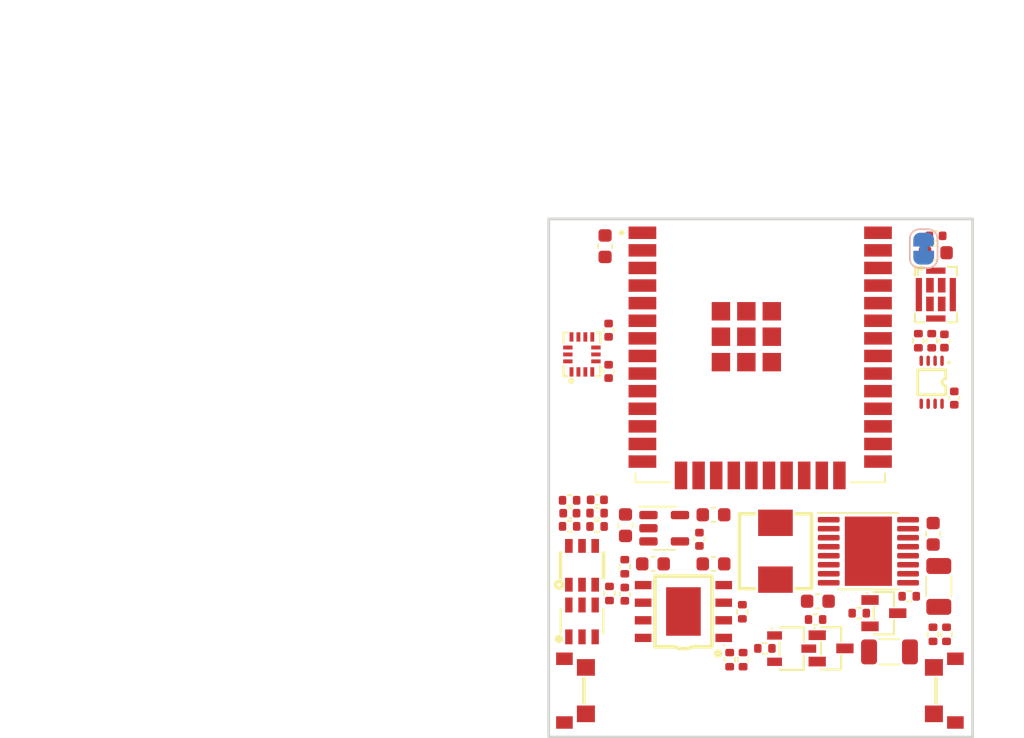
<source format=kicad_pcb>
(kicad_pcb (version 20211014) (generator pcbnew)
  (layers (0 "F.Cu" signal) (31 "B.Cu" signal) (34 "B.Paste" user) (35 "F.Paste" user) (36 "B.SilkS" user "B.Silkscreen") (37 "F.SilkS" user "F.Silkscreen") (38 "B.Mask" user) (39 "F.Mask" user) (44 "Edge.Cuts" user))
  (net 0 "")
  (net 1 "+5V")
  (net 2 "GND")
  (net 3 "+3V3")
  (net 4 "VBUS")
  (net 5 "LED 5V")
  (net 6 "+BATT")
  (net 7 "-BATT")
  (net 8 "Net-(C12-Pad2)")
  (net 9 "EN")
  (net 10 "IO0")
  (net 11 "Net-(R1-Pad1)")
  (net 12 "LED1 DATA OUT")
  (net 13 "IO16{slash}BATT VOLT")
  (net 14 "Net-(R6-Pad1)")
  (net 15 "IO23{slash}LEDPOWER")
  (net 16 "IO25{slash}VBUS")
  (net 17 "Net-(R10-Pad2)")
  (net 18 "Net-(R12-Pad1)")
  (net 19 "Net-(R13-Pad1)")
  (net 20 "Net-(R14-Pad1)")
  (net 21 "IO4{slash}BUTTON1")
  (net 26 "IO32{slash}SD")
  (net 28 "IO26{slash}BUTTON2")
  (net 29 "IO27{slash}BATT CHARGING")
  (net 30 "IO14{slash}SCK")
  (net 31 "IO12{slash}MISO")
  (net 32 "IO13{slash}MOSI")
  (net 39 "IO15{slash}WS")
  (net 41 "IO17{slash}LED1")
  (net 43 "IO19")
  (net 45 "IO21{slash}INT1")
  (net 46 "RXD0")
  (net 47 "TXD0")
  (net 48 "IO22{slash}INT2")
  (net 49 "Net-(U4-Pad2)")
  (net 54 "Net-(R4-Pad1)")
  (net 58 "Net-(U5-Pad4)")
  (net 60 "Net-(U5-Pad6)")
  (net 62 "Net-(C18-Pad2)")
  (net 63 "LED2 DATA OUT")
  (net 64 "IO18{slash}LED2")
  (net 71 "Net-(C19-Pad1)")
  (net 72 "Net-(C20-Pad1)")
  (footprint "Capacitor_SMD:C_1206_3216Metric" (layer "F.Cu") (at 123.6472 92.4052)
    (fp_text reference "C6" hide)
    (fp_text value "220uF")
    (fp_line (start -0.711252 -0.91) (end 0.711252 -0.91) (layer "F.SilkS") (width 0.12))
    (fp_line (start -0.711252 0.91) (end 0.711252 0.91) (layer "F.SilkS") (width 0.12))
    (pad "1" smd roundrect (at -1.475 0) (size 1.15 1.8) (layers "F.Cu" "F.Paste" "F.Mask") (roundrect_rratio 0.2173913043) (net 5 "LED 5V"))
    (pad "2" smd roundrect (at 1.475 0) (size 1.15 1.8) (layers "F.Cu" "F.Paste" "F.Mask") (roundrect_rratio 0.2173913043) (net 2 "GND"))
  )
  (footprint "Resistor_SMD:R_0402_1005Metric" (layer "F.Cu") (at 126.784 91.1352 90)
    (fp_text reference "R9" hide)
    (fp_text value "100K")
    (fp_line (start -0.153641 0.38) (end 0.153641 0.38) (layer "F.SilkS") (width 0.12))
    (fp_line (start -0.153641 -0.38) (end 0.153641 -0.38) (layer "F.SilkS") (width 0.12))
    (pad "1" smd roundrect (at -0.51 0 90) (size 0.54 0.64) (layers "F.Cu" "F.Paste" "F.Mask") (net 2 "GND"))
    (pad "2" smd roundrect (at 0.51 0 90) (size 0.54 0.64) (layers "F.Cu" "F.Paste" "F.Mask") (net 16 "IO25{slash}VBUS"))
  )
  (footprint "Capacitor_SMD:C_0603_1608Metric" (layer "F.Cu") (at 118.4786 88.7476)
    (fp_text reference "C5" hide)
    (fp_text value "10uF")
    (fp_line (start -0.14058 -0.51) (end 0.14058 -0.51) (layer "F.SilkS") (width 0.12))
    (fp_line (start -0.14058 0.51) (end 0.14058 0.51) (layer "F.SilkS") (width 0.12))
    (pad "1" smd roundrect (at -0.775 0) (size 0.9 0.95) (layers "F.Cu" "F.Paste" "F.Mask") (net 6 "+BATT"))
    (pad "2" smd roundrect (at 0.775 0) (size 0.9 0.95) (layers "F.Cu" "F.Paste" "F.Mask") (net 2 "GND"))
  )
  (footprint "Resistor_SMD:R_0402_1005Metric" (layer "F.Cu") (at 112.1156 92.964 90)
    (fp_text reference "R3" hide)
    (fp_text value "100K")
    (fp_line (start -0.153641 -0.38) (end 0.153641 -0.38) (layer "F.SilkS") (width 0.12))
    (fp_line (start -0.153641 0.38) (end 0.153641 0.38) (layer "F.SilkS") (width 0.12))
    (pad "1" smd roundrect (at -0.51 0 90) (size 0.54 0.64) (layers "F.Cu" "F.Paste" "F.Mask") (net 7 "-BATT"))
    (pad "2" smd roundrect (at 0.51 0 90) (size 0.54 0.64) (layers "F.Cu" "F.Paste" "F.Mask") (net 13 "IO16{slash}BATT VOLT"))
  )
  (footprint "Resistor_SMD:R_0402_1005Metric" (layer "F.Cu") (at 121.4628 89.6112 180)
    (fp_text reference "R11" hide)
    (fp_text value "100K")
    (fp_line (start -0.153641 -0.38) (end 0.153641 -0.38) (layer "F.SilkS") (width 0.12))
    (fp_line (start -0.153641 0.38) (end 0.153641 0.38) (layer "F.SilkS") (width 0.12))
    (pad "1" smd roundrect (at -0.51 0 180) (size 0.54 0.64) (layers "F.Cu" "F.Paste" "F.Mask") (net 4 "VBUS"))
    (pad "2" smd roundrect (at 0.51 0 180) (size 0.54 0.64) (layers "F.Cu" "F.Paste" "F.Mask") (net 2 "GND"))
  )
  (footprint "footprint:SW-SMD_TS24CA" (layer "F.Cu") (at 128.6764 95.1992 -90)
    (fp_text reference "SW2" hide)
    (fp_text value "TS24CA")
    (fp_line (start -0.889002 1.675006) (end 0.889002 1.675006) (layer "F.SilkS") (width 0.254001))
    (pad "" np_thru_hole circle (at 0.85014 0.275032 270) (size 0.700025 0.700025) (drill 0.700025) (layers *.Cu *.Mask))
    (pad "" np_thru_hole circle (at -0.849886 0.275032 270) (size 0.700025 0.700025) (drill 0.700025) (layers *.Cu *.Mask))
    (pad "1" smd rect (at -2.299975 0.275032 270) (size 0.9 1.2) (layers "F.Cu" "F.Paste" "F.Mask"))
    (pad "2" smd rect (at 2.299975 0.275032 90) (size 0.9 1.2) (layers "F.Cu" "F.Paste" "F.Mask"))
    (pad "3" smd rect (at -1.674879 1.824943 90) (size 1.2 1.3) (layers "F.Cu" "F.Paste" "F.Mask"))
    (pad "4" smd rect (at 1.675133 1.824943 90) (size 1.2 1.3) (layers "F.Cu" "F.Paste" "F.Mask"))
  )
  (footprint "Capacitor_SMD:C_0603_1608Metric" (layer "F.Cu") (at 110.9472 86.0552)
    (fp_text reference "C4" hide)
    (fp_text value "10uF")
    (fp_line (start -0.14058 -0.51) (end 0.14058 -0.51) (layer "F.SilkS") (width 0.12))
    (fp_line (start -0.14058 0.51) (end 0.14058 0.51) (layer "F.SilkS") (width 0.12))
    (pad "1" smd roundrect (at -0.775 0) (size 0.9 0.95) (layers "F.Cu" "F.Paste" "F.Mask") (net 2 "GND"))
    (pad "2" smd roundrect (at 0.775 0) (size 0.9 0.95) (layers "F.Cu" "F.Paste" "F.Mask") (net 4 "VBUS"))
  )
  (footprint "Resistor_SMD:R_0402_1005Metric" (layer "F.Cu") (at 114.655601 92.1512 180)
    (fp_text reference "R7" hide)
    (fp_text value "10K")
    (fp_line (start -0.153641 -0.38) (end 0.153641 -0.38) (layer "F.SilkS") (width 0.12))
    (fp_line (start -0.153641 0.38) (end 0.153641 0.38) (layer "F.SilkS") (width 0.12))
    (pad "1" smd roundrect (at -0.51 0 180) (size 0.54 0.64) (layers "F.Cu" "F.Paste" "F.Mask") (net 2 "GND"))
    (pad "2" smd roundrect (at 0.51 0 180) (size 0.54 0.64) (layers "F.Cu" "F.Paste" "F.Mask") (net 15 "IO23{slash}LEDPOWER"))
  )
  (footprint "footprint:IND-SMD_L5.4-W5.2_FXL0530" (layer "F.Cu") (at 115.4176 85.1408 90)
    (fp_text reference "U4" hide)
    (fp_text value "FXL0530-6R8-M")
    (fp_line (start -2.7 -2.6) (end -2.7 -1.481153) (layer "F.SilkS") (width 0.254001))
    (fp_line (start -2.7 1.481153) (end -2.7 2.6) (layer "F.SilkS") (width 0.254001))
    (fp_line (start 2.7 -1.481153) (end 2.7 -2.599975) (layer "F.SilkS") (width 0.254001))
    (fp_line (start -2.7 -2.6) (end 2.7 -2.599975) (layer "F.SilkS") (width 0.254001))
    (fp_line (start 2.7 2.599975) (end 2.7 1.481153) (layer "F.SilkS") (width 0.254001))
    (fp_line (start 2.7 2.599975) (end -2.7 2.6) (layer "F.SilkS") (width 0.254001))
    (fp_circle (center -2.700025 2.6) (end -2.670028 2.6) (layer "F.SilkS") (width 0.059995) (fill none))
    (pad "1" smd rect (at -2.050038 0 90) (size 1.9 2.5) (layers "F.Cu" "F.Paste" "F.Mask") (net 6 "+BATT"))
    (pad "2" smd rect (at 2.050038 0 90) (size 1.9 2.5) (layers "F.Cu" "F.Paste" "F.Mask") (net 49 "Net-(U4-Pad2)"))
  )
  (footprint "footprint:MIC-SMD_8P-L3.0-W4.0-P0.85-BL" (layer "F.Cu") (at 126.999176 66.623403 90)
    (fp_text reference "U13" hide)
    (fp_text value "MSM261D4030H1CPM")
    (fp_line (start 1.799975 -1.309487) (end 1.799975 -0.909487) (layer "F.SilkS") (width 0.151994))
    (fp_line (start -1.347142 1.510579) (end -1.980036 1.510579) (layer "F.SilkS") (width 0.151994))
    (fp_line (start 1.399975 -1.309487) (end 1.799975 -1.309487) (layer "F.SilkS") (width 0.151994))
    (fp_line (start 2 1.510579) (end 2 0.848654) (layer "F.SilkS") (width 0.151994))
    (fp_line (start -1.980036 1.510579) (end -2 1.490538) (layer "F.SilkS") (width 0.151994))
    (fp_line (start 1.637668 -1.509462) (end 1.358115 -1.509462) (layer "F.SilkS") (width 0.151994))
    (fp_line (start 2 1.510579) (end 1.347142 1.510579) (layer "F.SilkS") (width 0.151994))
    (fp_line (start -1.358115 -1.509462) (end -2 -1.509462) (layer "F.SilkS") (width 0.151994))
    (fp_line (start -2 -0.867577) (end -2 -1.509462) (layer "F.SilkS") (width 0.151994))
    (fp_line (start 1.999009 -1.510579) (end 1.638278 -1.510579) (layer "F.SilkS") (width 0.151994))
    (fp_line (start 1.999009 -0.867958) (end 1.999009 -1.510579) (layer "F.SilkS") (width 0.151994))
    (fp_line (start -2 1.490538) (end -2 0.848654) (layer "F.SilkS") (width 0.151994))
    (fp_circle (center 1.999975 -1.509487) (end 2.029972 -1.509487) (layer "F.SilkS") (width 0.059995) (fill none))
    (pad "1" smd rect (at 0.675083 -0.434455 90) (size 1.050013 0.550013) (layers "F.Cu" "F.Paste" "F.Mask") (net 8 "Net-(C12-Pad2)"))
    (pad "2" smd rect (at -0.675184 -0.434455 90) (size 1.050013 0.550013) (layers "F.Cu" "F.Paste" "F.Mask") (net 39 "IO15{slash}WS"))
    (pad "3" smd rect (at -0.675184 0.415431 90) (size 1.050013 0.550013) (layers "F.Cu" "F.Paste" "F.Mask") (net 30 "IO14{slash}SCK"))
    (pad "4" smd rect (at 0.675083 0.415431 90) (size 1.050013 0.550013) (layers "F.Cu" "F.Paste" "F.Mask") (net 26 "IO32{slash}SD"))
    (pad "5" smd rect (at 1.724867 -0.009512 90) (size 0.450013 1.4) (layers "F.Cu" "F.Paste" "F.Mask") (net 2 "GND"))
    (pad "6" smd rect (at -0.000051 -1.234557 90) (size 2.4 0.450013) (layers "F.Cu" "F.Paste" "F.Mask") (net 2 "GND"))
    (pad "7" smd rect (at -1.724968 -0.009512 90) (size 0.450013 1.4) (layers "F.Cu" "F.Paste" "F.Mask") (net 2 "GND"))
    (pad "8" smd rect (at -0.000051 1.215532 90) (size 2.4 0.450013) (layers "F.Cu" "F.Paste" "F.Mask") (net 2 "GND"))
  )
  (footprint "Resistor_SMD:R_0402_1005Metric" (layer "F.Cu") (at 103.441145 88.1888 -90)
    (fp_text reference "R10" hide)
    (fp_text value "1K")
    (fp_line (start -0.153641 -0.38) (end 0.153641 -0.38) (layer "F.SilkS") (width 0.12))
    (fp_line (start -0.153641 0.38) (end 0.153641 0.38) (layer "F.SilkS") (width 0.12))
    (pad "1" smd roundrect (at -0.51 0 270) (size 0.54 0.64) (layers "F.Cu" "F.Paste" "F.Mask") (net 2 "GND"))
    (pad "2" smd roundrect (at 0.51 0 270) (size 0.54 0.64) (layers "F.Cu" "F.Paste" "F.Mask") (net 17 "Net-(R10-Pad2)"))
  )
  (footprint "Capacitor_SMD:C_0603_1608Metric" (layer "F.Cu") (at 126.7968 83.8838 90)
    (fp_text reference "C9" hide)
    (fp_text value "2.2uF")
    (fp_line (start -0.14058 0.51) (end 0.14058 0.51) (layer "F.SilkS") (width 0.12))
    (fp_line (start -0.14058 -0.51) (end 0.14058 -0.51) (layer "F.SilkS") (width 0.12))
    (pad "1" smd roundrect (at -0.775 0 90) (size 0.9 0.95) (layers "F.Cu" "F.Paste" "F.Mask") (net 2 "GND"))
    (pad "2" smd roundrect (at 0.775 0 90) (size 0.9 0.95) (layers "F.Cu" "F.Paste" "F.Mask") (net 1 "+5V"))
  )
  (footprint "Capacitor_SMD:C_0402_1005Metric" (layer "F.Cu") (at 109.9312 84.2772 -90)
    (fp_text reference "C18" hide)
    (fp_text value "10nF")
    (fp_line (start -0.107836 -0.36) (end 0.107836 -0.36) (layer "F.SilkS") (width 0.12))
    (fp_line (start -0.107836 0.36) (end 0.107836 0.36) (layer "F.SilkS") (width 0.12))
    (pad "1" smd roundrect (at -0.48 0 270) (size 0.56 0.62) (layers "F.Cu" "F.Paste" "F.Mask") (net 2 "GND"))
    (pad "2" smd roundrect (at 0.48 0 270) (size 0.56 0.62) (layers "F.Cu" "F.Paste" "F.Mask") (net 62 "Net-(C18-Pad2)"))
  )
  (footprint "footprint:SOT-23-3_L2.9-W1.3-P1.90-LS2.4-BR" (layer "F.Cu") (at 123.2408 89.6112 180)
    (fp_text reference "U9" hide)
    (fp_text value "AP40P05")
    (fp_line (start 0.726213 -0.455398) (end 0.726213 0.455398) (layer "F.SilkS") (width 0.1524))
    (fp_line (start -0.726213 -1.526213) (end -0.726213 -0.49459) (layer "F.SilkS") (width 0.1524))
    (fp_line (start 0.726213 -1.526213) (end -0.726213 -1.526213) (layer "F.SilkS") (width 0.1524))
    (fp_line (start -0.726213 1.526213) (end -0.726213 0.49459) (layer "F.SilkS") (width 0.1524))
    (fp_line (start 0.726213 1.526213) (end -0.726213 1.526213) (layer "F.SilkS") (width 0.1524))
    (fp_circle (center 1.2 1.450013) (end 1.229997 1.450013) (layer "F.SilkS") (width 0.059995) (fill none))
    (pad "1" smd rect (at 1 0.949962 180) (size 1.250013 0.7) (layers "F.Cu" "F.Paste" "F.Mask") (net 4 "VBUS"))
    (pad "2" smd rect (at 1 -0.949962 180) (size 1.250013 0.7) (layers "F.Cu" "F.Paste" "F.Mask") (net 6 "+BATT"))
    (pad "3" smd rect (at -1 0 180) (size 1.250013 0.7) (layers "F.Cu" "F.Paste" "F.Mask") (net 20 "Net-(R14-Pad1)"))
  )
  (footprint "Resistor_SMD:R_0402_1005Metric" (layer "F.Cu") (at 127.762 91.1352 -90)
    (fp_text reference "R8" hide)
    (fp_text value "100K")
    (fp_line (start -0.153641 -0.38) (end 0.153641 -0.38) (layer "F.SilkS") (width 0.12))
    (fp_line (start -0.153641 0.38) (end 0.153641 0.38) (layer "F.SilkS") (width 0.12))
    (pad "1" smd roundrect (at -0.51 0 270) (size 0.54 0.64) (layers "F.Cu" "F.Paste" "F.Mask") (net 16 "IO25{slash}VBUS"))
    (pad "2" smd roundrect (at 0.51 0 270) (size 0.54 0.64) (layers "F.Cu" "F.Paste" "F.Mask") (net 4 "VBUS"))
  )
  (footprint "Capacitor_SMD:C_0402_1005Metric" (layer "F.Cu") (at 102.5652 81.4324)
    (fp_text reference "C14" hide)
    (fp_text value "1uF")
    (fp_line (start -0.107836 0.36) (end 0.107836 0.36) (layer "F.SilkS") (width 0.12))
    (fp_line (start -0.107836 -0.36) (end 0.107836 -0.36) (layer "F.SilkS") (width 0.12))
    (pad "1" smd roundrect (at -0.48 0) (size 0.56 0.62) (layers "F.Cu" "F.Paste" "F.Mask") (net 9 "EN"))
    (pad "2" smd roundrect (at 0.48 0) (size 0.56 0.62) (layers "F.Cu" "F.Paste" "F.Mask") (net 2 "GND"))
  )
  (footprint "Capacitor_SMD:C_0603_1608Metric" (layer "F.Cu") (at 104.5972 83.2612 90)
    (fp_text reference "C11" hide)
    (fp_text value "10uF")
    (fp_line (start -0.14058 0.51) (end 0.14058 0.51) (layer "F.SilkS") (width 0.12))
    (fp_line (start -0.14058 -0.51) (end 0.14058 -0.51) (layer "F.SilkS") (width 0.12))
    (pad "1" smd roundrect (at -0.775 0 90) (size 0.9 0.95) (layers "F.Cu" "F.Paste" "F.Mask") (net 2 "GND"))
    (pad "2" smd roundrect (at 0.775 0 90) (size 0.9 0.95) (layers "F.Cu" "F.Paste" "F.Mask") (net 1 "+5V"))
  )
  (footprint "Capacitor_SMD:C_0603_1608Metric" (layer "F.Cu") (at 106.5784 86.0552)
    (fp_text reference "C7" hide)
    (fp_text value "10uF")
    (fp_line (start -0.14058 0.51) (end 0.14058 0.51) (layer "F.SilkS") (width 0.12))
    (fp_line (start -0.14058 -0.51) (end 0.14058 -0.51) (layer "F.SilkS") (width 0.12))
    (pad "1" smd roundrect (at -0.775 0) (size 0.9 0.95) (layers "F.Cu" "F.Paste" "F.Mask") (net 6 "+BATT"))
    (pad "2" smd roundrect (at 0.775 0) (size 0.9 0.95) (layers "F.Cu" "F.Paste" "F.Mask") (net 2 "GND"))
  )
  (footprint "Resistor_SMD:R_0402_1005Metric" (layer "F.Cu") (at 126.6952 69.9516 90)
    (fp_text reference "R1" hide)
    (fp_text value "62")
    (fp_line (start -0.153641 -0.38) (end 0.153641 -0.38) (layer "F.SilkS") (width 0.12))
    (fp_line (start -0.153641 0.38) (end 0.153641 0.38) (layer "F.SilkS") (width 0.12))
    (pad "1" smd roundrect (at -0.51 0 90) (size 0.54 0.64) (layers "F.Cu" "F.Paste" "F.Mask") (net 11 "Net-(R1-Pad1)"))
    (pad "2" smd roundrect (at 0.51 0 90) (size 0.54 0.64) (layers "F.Cu" "F.Paste" "F.Mask") (net 12 "LED1 DATA OUT"))
  )
  (footprint "Capacitor_SMD:C_0402_1005Metric" (layer "F.Cu") (at 100.584 82.3976)
    (fp_text reference "C15" hide)
    (fp_text value "1uF")
    (fp_line (start -0.107836 0.36) (end 0.107836 0.36) (layer "F.SilkS") (width 0.12))
    (fp_line (start -0.107836 -0.36) (end 0.107836 -0.36) (layer "F.SilkS") (width 0.12))
    (pad "1" smd roundrect (at -0.48 0) (size 0.56 0.62) (layers "F.Cu" "F.Paste" "F.Mask") (net 10 "IO0"))
    (pad "2" smd roundrect (at 0.48 0) (size 0.56 0.62) (layers "F.Cu" "F.Paste" "F.Mask") (net 2 "GND"))
  )
  (footprint "footprint:VSSOP-8_L2.4-W2.1-P0.50-LS3.2-BR" (layer "F.Cu") (at 126.6952 72.9488 90)
    (fp_text reference "U2" hide)
    (fp_text value "SN74LVC2T45DCUR")
    (fp_line (start -0.254102 1.008001) (end -0.900152 1.008001) (layer "F.SilkS") (width 0.2))
    (fp_line (start 0.899873 0.991948) (end 0.899873 -1.008001) (layer "F.SilkS") (width 0.2))
    (fp_line (start -0.900152 -1.008001) (end -0.900152 0.991948) (layer "F.SilkS") (width 0.2))
    (fp_line (start 0.899873 -1.008001) (end -0.900152 -1.008001) (layer "F.SilkS") (width 0.2))
    (fp_line (start 0.253899 1.008001) (end 0.899873 1.008001) (layer "F.SilkS") (width 0.2))
    (fp_arc (start -0.254128 1.007976) (mid -0.000127 0.753975) (end 0.253874 1.007976) (layer "F.SilkS") (width 0.2))
    (fp_circle (center 1.4224 1.2446) (end 1.524 1.2446) (layer "F.SilkS") (width 0.059995) (fill solid))
    (pad "1" smd oval (at 1.549911 0.741961 90) (size 0.750013 0.250013) (layers "F.Cu" "F.Paste" "F.Mask") (net 1 "+5V"))
    (pad "2" smd oval (at 1.549911 0.241834 90) (size 0.750013 0.250013) (layers "F.Cu" "F.Paste" "F.Mask") (net 11 "Net-(R1-Pad1)"))
    (pad "3" smd oval (at 1.549911 -0.258039 90) (size 0.750013 0.250013) (layers "F.Cu" "F.Paste" "F.Mask") (net 54 "Net-(R4-Pad1)"))
    (pad "4" smd oval (at 1.549911 -0.758166 90) (size 0.750013 0.250013) (layers "F.Cu" "F.Paste" "F.Mask") (net 2 "GND"))
    (pad "5" smd oval (at -1.549911 -0.758166 90) (size 0.750013 0.250013) (layers "F.Cu" "F.Paste" "F.Mask") (net 2 "GND"))
    (pad "6" smd oval (at -1.549911 -0.258039 90) (size 0.750013 0.250013) (layers "F.Cu" "F.Paste" "F.Mask") (net 64 "IO18{slash}LED2"))
    (pad "7" smd oval (at -1.549911 0.241834 90) (size 0.750013 0.250013) (layers "F.Cu" "F.Paste" "F.Mask") (net 41 "IO17{slash}LED1"))
    (pad "8" smd oval (at -1.549911 0.741961 90) (size 0.750013 0.250013) (layers "F.Cu" "F.Paste" "F.Mask") (net 3 "+3V3"))
  )
  (footprint "footprint:SOT-23-3_L2.9-W1.6-P1.90-LS2.8-BR" (layer "F.Cu") (at 116.5884 92.168941 180)
    (fp_text reference "U11" hide)
    (fp_text value "AO3400A")
    (fp_line (start 0.876073 -1.536195) (end -0.876327 -1.536195) (layer "F.SilkS") (width 0.1524))
    (fp_line (start -0.876327 -1.536195) (end -0.876327 -0.49459) (layer "F.SilkS") (width 0.1524))
    (fp_line (start 0.876073 -0.455398) (end 0.876073 0.455398) (layer "F.SilkS") (width 0.1524))
    (fp_line (start -0.876327 1.536195) (end -0.876327 0.49459) (layer "F.SilkS") (width 0.1524))
    (fp_line (start 0.876073 1.536195) (end -0.876327 1.536195) (layer "F.SilkS") (width 0.1524))
    (fp_circle (center 1.399873 1.459995) (end 1.42987 1.459995) (layer "F.SilkS") (width 0.059995) (fill none))
    (pad "1" smd rect (at 1.235077 0.949962 180) (size 1.070003 0.6) (layers "F.Cu" "F.Paste" "F.Mask") (net 15 "IO23{slash}LEDPOWER"))
    (pad "2" smd rect (at 1.235077 -0.949962 180) (size 1.070003 0.6) (layers "F.Cu" "F.Paste" "F.Mask") (net 2 "GND"))
    (pad "3" smd rect (at -1.235077 0 180) (size 1.070003 0.6) (layers "F.Cu" "F.Paste" "F.Mask") (net 14 "Net-(R6-Pad1)"))
  )
  (footprint "Resistor_SMD:R_0402_1005Metric" (layer "F.Cu") (at 125.73 69.9516 90)
    (fp_text reference "R4" hide)
    (fp_text value "62")
    (fp_line (start -0.153641 0.38) (end 0.153641 0.38) (layer "F.SilkS") (width 0.12))
    (fp_line (start -0.153641 -0.38) (end 0.153641 -0.38) (layer "F.SilkS") (width 0.12))
    (pad "1" smd roundrect (at -0.51 0 90) (size 0.54 0.64) (layers "F.Cu" "F.Paste" "F.Mask") (net 54 "Net-(R4-Pad1)"))
    (pad "2" smd roundrect (at 0.51 0 90) (size 0.54 0.64) (layers "F.Cu" "F.Paste" "F.Mask") (net 63 "LED2 DATA OUT"))
  )
  (footprint "Capacitor_SMD:C_0402_1005Metric" (layer "F.Cu") (at 127.6096 69.9716 90)
    (fp_text reference "C1" hide)
    (fp_text value "0.1uF")
    (fp_line (start -0.107836 0.36) (end 0.107836 0.36) (layer "F.SilkS") (width 0.12))
    (fp_line (start -0.107836 -0.36) (end 0.107836 -0.36) (layer "F.SilkS") (width 0.12))
    (pad "1" smd roundrect (at -0.48 0 90) (size 0.56 0.62) (layers "F.Cu" "F.Paste" "F.Mask") (net 1 "+5V"))
    (pad "2" smd roundrect (at 0.48 0 90) (size 0.56 0.62) (layers "F.Cu" "F.Paste" "F.Mask") (net 2 "GND"))
  )
  (footprint "Capacitor_SMD:C_0402_1005Metric" (layer "F.Cu") (at 104.5464 88.2396 90)
    (fp_text reference "C8" hide)
    (fp_text value "0.1uF")
    (fp_line (start -0.107836 -0.36) (end 0.107836 -0.36) (layer "F.SilkS") (width 0.12))
    (fp_line (start -0.107836 0.36) (end 0.107836 0.36) (layer "F.SilkS") (width 0.12))
    (pad "1" smd roundrect (at -0.48 0 90) (size 0.56 0.62) (layers "F.Cu" "F.Paste" "F.Mask") (net 7 "-BATT"))
    (pad "2" smd roundrect (at 0.48 0 90) (size 0.56 0.62) (layers "F.Cu" "F.Paste" "F.Mask") (net 6 "+BATT"))
  )
  (footprint "Capacitor_SMD:C_0603_1608Metric" (layer "F.Cu") (at 110.9472 82.5112 180)
    (fp_text reference "C16" hide)
    (fp_text value "10uF")
    (fp_line (start -0.14058 0.51) (end 0.14058 0.51) (layer "F.SilkS") (width 0.12))
    (fp_line (start -0.14058 -0.51) (end 0.14058 -0.51) (layer "F.SilkS") (width 0.12))
    (pad "1" smd roundrect (at -0.775 0 180) (size 0.9 0.95) (layers "F.Cu" "F.Paste" "F.Mask") (net 2 "GND"))
    (pad "2" smd roundrect (at 0.775 0 180) (size 0.9 0.95) (layers "F.Cu" "F.Paste" "F.Mask") (net 3 "+3V3"))
  )
  (footprint "Resistor_SMD:R_0402_1005Metric" (layer "F.Cu") (at 113.0808 92.964 -90)
    (fp_text reference "R2" hide)
    (fp_text value "100K")
    (fp_line (start -0.153641 0.38) (end 0.153641 0.38) (layer "F.SilkS") (width 0.12))
    (fp_line (start -0.153641 -0.38) (end 0.153641 -0.38) (layer "F.SilkS") (width 0.12))
    (pad "1" smd roundrect (at -0.51 0 270) (size 0.54 0.64) (layers "F.Cu" "F.Paste" "F.Mask") (net 13 "IO16{slash}BATT VOLT"))
    (pad "2" smd roundrect (at 0.51 0 270) (size 0.54 0.64) (layers "F.Cu" "F.Paste" "F.Mask") (net 6 "+BATT"))
  )
  (footprint "Resistor_SMD:R_0402_1005Metric" (layer "F.Cu") (at 100.564 81.4668 180)
    (fp_text reference "R16" hide)
    (fp_text value "220")
    (fp_line (start -0.153641 0.38) (end 0.153641 0.38) (layer "F.SilkS") (width 0.12))
    (fp_line (start -0.153641 -0.38) (end 0.153641 -0.38) (layer "F.SilkS") (width 0.12))
    (pad "1" smd roundrect (at -0.51 0 180) (size 0.54 0.64) (layers "F.Cu" "F.Paste" "F.Mask"))
    (pad "2" smd roundrect (at 0.51 0 180) (size 0.54 0.64) (layers "F.Cu" "F.Paste" "F.Mask") (net 10 "IO0"))
  )
  (footprint "Resistor_SMD:R_0402_1005Metric" (layer "F.Cu") (at 102.5452 83.354)
    (fp_text reference "R17" hide)
    (fp_text value "10K")
    (fp_line (start -0.153641 -0.38) (end 0.153641 -0.38) (layer "F.SilkS") (width 0.12))
    (fp_line (start -0.153641 0.38) (end 0.153641 0.38) (layer "F.SilkS") (width 0.12))
    (pad "1" smd roundrect (at -0.51 0) (size 0.54 0.64) (layers "F.Cu" "F.Paste" "F.Mask") (net 9 "EN"))
    (pad "2" smd roundrect (at 0.51 0) (size 0.54 0.64) (layers "F.Cu" "F.Paste" "F.Mask") (net 3 "+3V3"))
  )
  (footprint "footprint:SOT-23-6_L2.9-W1.6-P0.95-LS2.8-BR" (layer "F.Cu") (at 101.459945 86.1568 -90)
    (fp_text reference "U5" hide)
    (fp_text value "FS8205A")
    (fp_line (start -0.9 -1.550013) (end 0.900025 -1.550013) (layer "F.SilkS") (width 0.254001))
    (fp_line (start -0.9 1.550013) (end 0.900025 1.550013) (layer "F.SilkS") (width 0.254001))
    (fp_circle (center 1.397003 1.650902) (end 1.524003 1.650902) (layer "F.SilkS") (width 0.254001) (fill none))
    (fp_circle (center 1.400025 1.434976) (end 1.430023 1.434976) (layer "F.SilkS") (width 0.059995) (fill none))
    (pad "1" smd rect (at 1.400051 0.94986 270) (size 1 0.550013) (layers "F.Cu" "F.Paste" "F.Mask") (net 7 "-BATT"))
    (pad "2" smd rect (at 1.400051 -0.000102 270) (size 1 0.550013) (layers "F.Cu" "F.Paste" "F.Mask"))
    (pad "3" smd rect (at 1.400051 -0.950064 270) (size 1 0.550013) (layers "F.Cu" "F.Paste" "F.Mask") (net 2 "GND"))
    (pad "4" smd rect (at -1.400051 -0.950064 270) (size 1 0.550013) (layers "F.Cu" "F.Paste" "F.Mask") (net 58 "Net-(U5-Pad4)"))
    (pad "5" smd rect (at -1.400051 -0.000102 270) (size 1 0.550013) (layers "F.Cu" "F.Paste" "F.Mask"))
    (pad "6" smd rect (at -1.400051 0.94986 270) (size 1 0.550013) (layers "F.Cu" "F.Paste" "F.Mask") (net 60 "Net-(U5-Pad6)"))
  )
  (footprint "Capacitor_SMD:C_0603_1608Metric" (layer "F.Cu") (at 126.9902 63.6016 180)
    (fp_text reference "C13" hide)
    (fp_text value "10uF")
    (fp_line (start -0.14058 -0.51) (end 0.14058 -0.51) (layer "F.SilkS") (width 0.12))
    (fp_line (start -0.14058 0.51) (end 0.14058 0.51) (layer "F.SilkS") (width 0.12))
    (pad "1" smd roundrect (at -0.775 0 180) (size 0.9 0.95) (layers "F.Cu" "F.Paste" "F.Mask") (net 2 "GND"))
    (pad "2" smd roundrect (at 0.775 0 180) (size 0.9 0.95) (layers "F.Cu" "F.Paste" "F.Mask") (net 8 "Net-(C12-Pad2)"))
  )
  (footprint "Package_TO_SOT_SMD:SOT-23-5" (layer "F.Cu") (at 107.3912 83.4812)
    (fp_text reference "U12" hide)
    (fp_text value "SPX3819M5-L-3-3")
    (fp_line (start 0 1.56) (end 0.8 1.56) (layer "F.SilkS") (width 0.12))
    (fp_line (start 0 1.56) (end -0.8 1.56) (layer "F.SilkS") (width 0.12))
    (fp_line (start 0 -1.56) (end 0.8 -1.56) (layer "F.SilkS") (width 0.12))
    (fp_line (start 0 -1.56) (end -1.8 -1.56) (layer "F.SilkS") (width 0.12))
    (pad "1" smd roundrect (at -1.1375 -0.95) (size 1.325 0.6) (layers "F.Cu" "F.Paste" "F.Mask") (net 1 "+5V"))
    (pad "2" smd roundrect (at -1.1375 0) (size 1.325 0.6) (layers "F.Cu" "F.Paste" "F.Mask") (net 2 "GND"))
    (pad "3" smd roundrect (at -1.1375 0.95) (size 1.325 0.6) (layers "F.Cu" "F.Paste" "F.Mask") (net 1 "+5V"))
    (pad "4" smd roundrect (at 1.1375 0.95) (size 1.325 0.6) (layers "F.Cu" "F.Paste" "F.Mask") (net 62 "Net-(C18-Pad2)"))
    (pad "5" smd roundrect (at 1.1375 -0.95) (size 1.325 0.6) (layers "F.Cu" "F.Paste" "F.Mask") (net 3 "+3V3"))
  )
  (footprint "footprint:WIFI-SMD_ESP32-WROOM-32E" (layer "F.Cu") (at 113.5628 68.35455)
    (fp_text reference "U1" hide)
    (fp_text value "ESP32-WROOM-32E")
    (fp_line (start 9.7551 11.8167) (end 9.7551 11.1667) (layer "F.SilkS") (width 0.127))
    (fp_line (start -8.2449 11.8167) (end -5.7949 11.8167) (layer "F.SilkS") (width 0.127))
    (fp_line (start -8.2449 11.1667) (end -8.2449 11.8167) (layer "F.SilkS") (width 0.127))
    (fp_line (start 7.3051 11.8167) (end 9.7551 11.8167) (layer "F.SilkS") (width 0.127))
    (fp_circle (center -9.2449 -6.1833) (end -9.1449 -6.1833) (layer "F.SilkS") (width 0.2) (fill none))
    (pad "1" smd rect (at -7.7449 -6.1933) (size 2 0.9) (layers "F.Cu" "F.Paste" "F.Mask") (net 2 "GND"))
    (pad "2" smd rect (at -7.7449 -4.9233) (size 2 0.9) (layers "F.Cu" "F.Paste" "F.Mask") (net 3 "+3V3"))
    (pad "3" smd rect (at -7.7449 -3.6533) (size 2 0.9) (layers "F.Cu" "F.Paste" "F.Mask") (net 9 "EN"))
    (pad "4" smd rect (at -7.7449 -2.3833) (size 2 0.9) (layers "F.Cu" "F.Paste" "F.Mask"))
    (pad "5" smd rect (at -7.7449 -1.1133) (size 2 0.9) (layers "F.Cu" "F.Paste" "F.Mask"))
    (pad "6" smd rect (at -7.7449 0.1567) (size 2 0.9) (layers "F.Cu" "F.Paste" "F.Mask"))
    (pad "7" smd rect (at -7.7449 1.4267) (size 2 0.9) (layers "F.Cu" "F.Paste" "F.Mask"))
    (pad "8" smd rect (at -7.7449 2.6967) (size 2 0.9) (layers "F.Cu" "F.Paste" "F.Mask") (net 26 "IO32{slash}SD"))
    (pad "9" smd rect (at -7.7449 3.9667) (size 2 0.9) (layers "F.Cu" "F.Paste" "F.Mask"))
    (pad "10" smd rect (at -7.7449 5.2367) (size 2 0.9) (layers "F.Cu" "F.Paste" "F.Mask") (net 16 "IO25{slash}VBUS"))
    (pad "11" smd rect (at -7.7449 6.5067) (size 2 0.9) (layers "F.Cu" "F.Paste" "F.Mask") (net 28 "IO26{slash}BUTTON2"))
    (pad "12" smd rect (at -7.7449 7.7767) (size 2 0.9) (layers "F.Cu" "F.Paste" "F.Mask") (net 29 "IO27{slash}BATT CHARGING"))
    (pad "13" smd rect (at -7.7449 9.0467) (size 2 0.9) (layers "F.Cu" "F.Paste" "F.Mask") (net 30 "IO14{slash}SCK"))
    (pad "14" smd rect (at -7.7449 10.3167) (size 2 0.9) (layers "F.Cu" "F.Paste" "F.Mask") (net 31 "IO12{slash}MISO"))
    (pad "15" smd rect (at -4.9599 11.3167) (size 0.9 2) (layers "F.Cu" "F.Paste" "F.Mask") (net 2 "GND"))
    (pad "16" smd rect (at -3.6899 11.3167) (size 0.9 2) (layers "F.Cu" "F.Paste" "F.Mask") (net 32 "IO13{slash}MOSI"))
    (pad "17" smd rect (at -2.4199 11.3167) (size 0.9 2) (layers "F.Cu" "F.Paste" "F.Mask"))
    (pad "18" smd rect (at -1.1499 11.3167) (size 0.9 2) (layers "F.Cu" "F.Paste" "F.Mask"))
    (pad "19" smd rect (at 0.1201 11.3167) (size 0.9 2) (layers "F.Cu" "F.Paste" "F.Mask"))
    (pad "20" smd rect (at 1.3901 11.3167) (size 0.9 2) (layers "F.Cu" "F.Paste" "F.Mask"))
    (pad "21" smd rect (at 2.6601 11.3167) (size 0.9 2) (layers "F.Cu" "F.Paste" "F.Mask"))
    (pad "22" smd rect (at 3.9301 11.3167) (size 0.9 2) (layers "F.Cu" "F.Paste" "F.Mask"))
    (pad "23" smd rect (at 5.2001 11.3167) (size 0.9 2) (layers "F.Cu" "F.Paste" "F.Mask") (net 39 "IO15{slash}WS"))
    (pad "24" smd rect (at 6.4701 11.3167) (size 0.9 2) (layers "F.Cu" "F.Paste" "F.Mask"))
    (pad "25" smd rect (at 9.2551 10.3167) (size 2 0.9) (layers "F.Cu" "F.Paste" "F.Mask") (net 10 "IO0"))
    (pad "26" smd rect (at 9.2551 9.0467) (size 2 0.9) (layers "F.Cu" "F.Paste" "F.Mask") (net 21 "IO4{slash}BUTTON1"))
    (pad "27" smd rect (at 9.2551 7.7767) (size 2 0.9) (layers "F.Cu" "F.Paste" "F.Mask") (net 13 "IO16{slash}BATT VOLT"))
    (pad "28" smd rect (at 9.2551 6.5067) (size 2 0.9) (layers "F.Cu" "F.Paste" "F.Mask") (net 41 "IO17{slash}LED1"))
    (pad "29" smd rect (at 9.2551 5.2367) (size 2 0.9) (layers "F.Cu" "F.Paste" "F.Mask"))
    (pad "30" smd rect (at 9.2551 3.9667) (size 2 0.9) (layers "F.Cu" "F.Paste" "F.Mask") (net 64 "IO18{slash}LED2"))
    (pad "31" smd rect (at 9.2551 2.6967) (size 2 0.9) (layers "F.Cu" "F.Paste" "F.Mask") (net 43 "IO19"))
    (pad "32" smd rect (at 9.2551 1.4267) (size 2 0.9) (layers "F.Cu" "F.Paste" "F.Mask"))
    (pad "33" smd rect (at 9.2551 0.1567) (size 2 0.9) (layers "F.Cu" "F.Paste" "F.Mask") (net 45 "IO21{slash}INT1"))
    (pad "34" smd rect (at 9.2551 -1.1133) (size 2 0.9) (layers "F.Cu" "F.Paste" "F.Mask") (net 46 "RXD0"))
    (pad "35" smd rect (at 9.2551 -2.3833) (size 2 0.9) (layers "F.Cu" "F.Paste" "F.Mask") (net 47 "TXD0"))
    (pad "36" smd rect (at 9.2551 -3.6533) (size 2 0.9) (layers "F.Cu" "F.Paste" "F.Mask") (net 48 "IO22{slash}INT2"))
    (pad "37" smd rect (at 9.2551 -4.9233) (size 2 0.9) (layers "F.Cu" "F.Paste" "F.Mask") (net 15 "IO23{slash}LEDPOWER"))
    (pad "38" smd rect (at 9.2551 -6.1933) (size 2 0.9) (layers "F.Cu" "F.Paste" "F.Mask") (net 2 "GND"))
    (pad "39" smd rect (at -0.2449 3.1417) (size 1.33 1.33) (layers "F.Cu" "F.Paste" "F.Mask") (net 2 "GND"))
    (pad "39" smd rect (at 1.5901 1.3067) (size 1.33 1.33) (layers "F.Cu" "F.Paste" "F.Mask") (net 2 "GND"))
    (pad "39" smd rect (at -0.2449 1.3067) (size 1.33 1.33) (layers "F.Cu" "F.Paste" "F.Mask") (net 2 "GND"))
    (pad "39" smd rect (at -2.0799 1.3067) (size 1.33 1.33) (layers "F.Cu" "F.Paste" "F.Mask") (net 2 "GND"))
    (pad "39" smd rect (at 1.5901 3.1417) (size 1.33 1.33) (layers "F.Cu" "F.Paste" "F.Mask") (net 2 "GND"))
    (pad "39" smd rect (at -2.0799 3.1417) (size 1.33 1.33) (layers "F.Cu" "F.Paste" "F.Mask") (net 2 "GND"))
    (pad "39" smd rect (at -0.2449 -0.5283) (size 1.33 1.33) (layers "F.Cu" "F.Paste" "F.Mask") (net 2 "GND"))
    (pad "39" smd rect (at -2.0799 -0.5283) (size 1.33 1.33) (layers "F.Cu" "F.Paste" "F.Mask") (net 2 "GND"))
    (pad "39" smd rect (at 1.5901 -0.5283) (size 1.33 1.33) (layers "F.Cu" "F.Paste" "F.Mask") (net 2 "GND"))
  )
  (footprint "footprint:LGA-14_L3.0-W2.5-P0.50-TL" (layer "F.Cu") (at 101.450613 70.94086 90)
    (fp_text reference "U15" hide)
    (fp_text value "LSM6DS3TR-C")
    (fp_line (start 1.5762 1.326213) (end 1.5762 1.080493) (layer "F.SilkS") (width 0.1524))
    (fp_line (start -0.830505 -1.326213) (end -1.5762 -1.326213) (layer "F.SilkS") (width 0.1524))
    (fp_line (start -0.830505 1.326213) (end -1.5762 1.326213) (layer "F.SilkS") (width 0.1524))
    (fp_line (start -1.5762 -1.326213) (end -1.5762 -1.080493) (layer "F.SilkS") (width 0.1524))
    (fp_line (start -1.5762 1.326213) (end -1.5762 1.080493) (layer "F.SilkS") (width 0.1524))
    (fp_line (start 0.830505 -1.326213) (end 1.5762 -1.326213) (layer "F.SilkS") (width 0.1524))
    (fp_line (start 0.830505 1.326213) (end 1.5762 1.326213) (layer "F.SilkS") (width 0.1524))
    (fp_line (start 1.5762 -1.326213) (end 1.5762 -1.080493) (layer "F.SilkS") (width 0.1524))
    (fp_circle (center -1.5 -1.250013) (end -1.470003 -1.250013) (layer "F.SilkS") (width 0.059995) (fill none))
    (fp_circle (center -1.905004 -0.762002) (end -1.830074 -0.762002) (layer "F.SilkS") (width 0.150013) (fill none))
    (pad "1" smd rect locked (at -1.262002 -0.750064 90) (size 0.675006 0.28001) (layers "F.Cu" "F.Paste" "F.Mask"))
    (pad "2" smd rect locked (at -1.262002 -0.249936 90) (size 0.675006 0.28001) (layers "F.Cu" "F.Paste" "F.Mask"))
    (pad "3" smd rect locked (at -1.262002 0.249936 90) (size 0.675006 0.28001) (layers "F.Cu" "F.Paste" "F.Mask"))
    (pad "4" smd rect locked (at -1.262002 0.750064 90) (size 0.675006 0.28001) (layers "F.Cu" "F.Paste" "F.Mask"))
    (pad "5" smd rect locked (at -0.499873 1.012548 90) (size 0.28001 0.675006) (layers "F.Cu" "F.Paste" "F.Mask") (net 71 "Net-(C19-Pad1)"))
    (pad "6" smd rect locked (at 0 1.012548 90) (size 0.28001 0.675006) (layers "F.Cu" "F.Paste" "F.Mask"))
    (pad "7" smd rect locked (at 0.500127 1.012548 90) (size 0.28001 0.675006) (layers "F.Cu" "F.Paste" "F.Mask"))
    (pad "8" smd rect locked (at 1.262002 0.750064 90) (size 0.675006 0.28001) (layers "F.Cu" "F.Paste" "F.Mask") (net 72 "Net-(C20-Pad1)"))
    (pad "9" smd rect locked (at 1.262002 0.249936 90) (size 0.675006 0.28001) (layers "F.Cu" "F.Paste" "F.Mask"))
    (pad "10" smd rect locked (at 1.262002 -0.249936 90) (size 0.675006 0.28001) (layers "F.Cu" "F.Paste" "F.Mask"))
    (pad "11" smd rect locked (at 1.262002 -0.750064 90) (size 0.675006 0.28001) (layers "F.Cu" "F.Paste" "F.Mask"))
    (pad "12" smd rect locked (at 0.500127 -1.012548 90) (size 0.28001 0.675006) (layers "F.Cu" "F.Paste" "F.Mask"))
    (pad "13" smd rect locked (at 0 -1.012548 90) (size 0.28001 0.675006) (layers "F.Cu" "F.Paste" "F.Mask"))
    (pad "14" smd rect locked (at -0.499873 -1.012548 90) (size 0.28001 0.675006) (layers "F.Cu" "F.Paste" "F.Mask"))
  )
  (footprint "footprint:ESOP-8_L4.9-W3.9-P1.27-LS6.0-BL-EP" (layer "F.Cu") (at 108.777742 89.489406 90)
    (fp_text reference "U6" hide)
    (fp_text value "TP4056")
    (fp_line (start 2.549911 -2.050038) (end 2.549911 2.050038) (layer "F.SilkS") (width 0.254001))
    (fp_line (start -2.549911 -0.800102) (end -2.549911 -2.050038) (layer "F.SilkS") (width 0.254001))
    (fp_line (start -2.549911 0.800102) (end -2.549911 2.050038) (layer "F.SilkS") (width 0.254001))
    (fp_line (start -2.549911 -2.050038) (end 2.550165 -2.050038) (layer "F.SilkS") (width 0.254001))
    (fp_line (start 2.549911 2.050038) (end -2.550165 2.050038) (layer "F.SilkS") (width 0.254001))
    (fp_arc (start -2.499873 0.800102) (mid -2.680296 0) (end -2.499873 -0.800102) (layer "F.SilkS") (width 0.254001))
    (fp_circle (center -3.029972 2.500127) (end -2.859792 2.500127) (layer "F.SilkS") (width 0.254001) (fill none))
    (fp_circle (center -2.454153 2.949962) (end -2.424181 2.949962) (layer "F.SilkS") (width 0.059995) (fill none))
    (pad "1" smd rect (at -1.905004 2.908306 90) (size 0.6 1.2) (layers "F.Cu" "F.Paste" "F.Mask") (net 2 "GND"))
    (pad "2" smd rect (at -0.635001 2.908306 90) (size 0.6 1.2) (layers "F.Cu" "F.Paste" "F.Mask") (net 18 "Net-(R12-Pad1)"))
    (pad "3" smd rect (at 0.635001 2.908306 90) (size 0.6 1.2) (layers "F.Cu" "F.Paste" "F.Mask") (net 2 "GND"))
    (pad "4" smd rect (at 1.905004 2.908306 90) (size 0.6 1.2) (layers "F.Cu" "F.Paste" "F.Mask") (net 4 "VBUS"))
    (pad "5" smd rect (at 1.905004 -2.908306 90) (size 0.6 1.2) (layers "F.Cu" "F.Paste" "F.Mask") (net 6 "+BATT"))
    (pad "6" smd rect (at 0.635001 -2.908306 90) (size 0.6 1.2) (layers "F.Cu" "F.Paste" "F.Mask"))
    (pad "7" smd rect (at -0.635001 -2.908306 90) (size 0.6 1.2) (layers "F.Cu" "F.Paste" "F.Mask") (net 29 "IO27{slash}BATT CHARGING"))
    (pad "8" smd rect (at -1.905004 -2.908306 90) (size 0.6 1.2) (layers "F.Cu" "F.Paste" "F.Mask") (net 4 "VBUS"))
    (pad "9" smd rect (at 0 0 270) (size 3.499873 2.5) (layers "F.Cu" "F.Paste" "F.Mask") (net 2 "GND"))
  )
  (footprint "footprint:SOT-23-6_L2.9-W1.6-P0.95-LS2.8-BL" (layer "F.Cu") (at 101.460047 90.17)
    (fp_text reference "U7" hide)
    (fp_text value "DW01A")
    (fp_line (start 1.539192 0.889205) (end 1.539192 -0.889205) (layer "F.SilkS") (width 0.1524))
    (fp_line (start -1.539192 0.889205) (end -1.539192 -0.889205) (layer "F.SilkS") (width 0.1524))
    (fp_circle (center -1.463043 1.4) (end -1.41303 1.4) (layer "F.SilkS") (width 0.1) (fill none))
    (fp_circle (center -1.668275 1.301499) (end -1.518161 1.301499) (layer "F.SilkS") (width 0.3) (fill none))
    (pad "1" smd rect (at -0.949962 1.149098) (size 0.532004 1.072009) (layers "F.Cu" "F.Paste" "F.Mask") (net 60 "Net-(U5-Pad6)"))
    (pad "2" smd rect (at 0 1.149098) (size 0.532004 1.072009) (layers "F.Cu" "F.Paste" "F.Mask") (net 17 "Net-(R10-Pad2)"))
    (pad "3" smd rect (at 0.949962 1.149098) (size 0.532004 1.072009) (layers "F.Cu" "F.Paste" "F.Mask") (net 58 "Net-(U5-Pad4)"))
    (pad "4" smd rect (at 0.949962 -1.149098) (size 0.532004 1.072009) (layers "F.Cu" "F.Paste" "F.Mask"))
    (pad "5" smd rect (at 0 -1.149098) (size 0.532004 1.072009) (layers "F.Cu" "F.Paste" "F.Mask") (net 19 "Net-(R13-Pad1)"))
    (pad "6" smd rect (at -0.949962 -1.149098) (size 0.532004 1.072009) (layers "F.Cu" "F.Paste" "F.Mask") (net 7 "-BATT"))
  )
  (footprint "Package_SO:HTSSOP-16-1EP_4.4x5mm_P0.65mm_EP3.4x5mm_Mask2.46x2.31mm" (layer "F.Cu") (at 122.1232 85.1408)
    (fp_text reference "U8" hide)
    (fp_text value "TPS61032PWPR")
    (fp_line (start 0 -2.76) (end 2.2 -2.76) (layer "F.SilkS") (width 0.12))
    (fp_line (start 0 2.76) (end 2.2 2.76) (layer "F.SilkS") (width 0.12))
    (fp_line (start 0 -2.76) (end -3.65 -2.76) (layer "F.SilkS") (width 0.12))
    (fp_line (start 0 2.76) (end -2.2 2.76) (layer "F.SilkS") (width 0.12))
    (pad "1" smd roundrect (at -2.8625 -2.275) (size 1.575 0.4) (layers "F.Cu" "F.Paste" "F.Mask") (net 49 "Net-(U4-Pad2)"))
    (pad "2" smd roundrect (at -2.8625 -1.625) (size 1.575 0.4) (layers "F.Cu" "F.Paste" "F.Mask") (net 49 "Net-(U4-Pad2)"))
    (pad "3" smd roundrect (at -2.8625 -0.975) (size 1.575 0.4) (layers "F.Cu" "F.Paste" "F.Mask") (net 2 "GND"))
    (pad "4" smd roundrect (at -2.8625 -0.325) (size 1.575 0.4) (layers "F.Cu" "F.Paste" "F.Mask") (net 2 "GND"))
    (pad "5" smd roundrect (at -2.8625 0.325) (size 1.575 0.4) (layers "F.Cu" "F.Paste" "F.Mask") (net 2 "GND"))
    (pad "6" smd roundrect (at -2.8625 0.975) (size 1.575 0.4) (layers "F.Cu" "F.Paste" "F.Mask") (net 6 "+BATT"))
    (pad "7" smd roundrect (at -2.8625 1.625) (size 1.575 0.4) (layers "F.Cu" "F.Paste" "F.Mask") (net 2 "GND"))
    (pad "8" smd roundrect (at -2.8625 2.275) (size 1.575 0.4) (layers "F.Cu" "F.Paste" "F.Mask") (net 2 "GND"))
    (pad "9" smd roundrect (at 2.8625 2.275) (size 1.575 0.4) (layers "F.Cu" "F.Paste" "F.Mask") (net 20 "Net-(R14-Pad1)"))
    (pad "10" smd roundrect (at 2.8625 1.625) (size 1.575 0.4) (layers "F.Cu" "F.Paste" "F.Mask"))
    (pad "11" smd roundrect (at 2.8625 0.975) (size 1.575 0.4) (layers "F.Cu" "F.Paste" "F.Mask") (net 2 "GND"))
    (pad "12" smd roundrect (at 2.8625 0.325) (size 1.575 0.4) (layers "F.Cu" "F.Paste" "F.Mask"))
    (pad "13" smd roundrect (at 2.8625 -0.325) (size 1.575 0.4) (layers "F.Cu" "F.Paste" "F.Mask") (net 1 "+5V"))
    (pad "14" smd roundrect (at 2.8625 -0.975) (size 1.575 0.4) (layers "F.Cu" "F.Paste" "F.Mask") (net 1 "+5V"))
    (pad "15" smd roundrect (at 2.8625 -1.625) (size 1.575 0.4) (layers "F.Cu" "F.Paste" "F.Mask") (net 1 "+5V"))
    (pad "16" smd roundrect (at 2.8625 -2.275) (size 1.575 0.4) (layers "F.Cu" "F.Paste" "F.Mask"))
    (pad "17" smd rect (at 0 0) (size 3.4 5) (layers "F.Cu") (net 2 "GND"))
  )
  (footprint "Capacitor_SMD:C_0402_1005Metric" (layer "F.Cu") (at 103.378 69.1896 90)
    (fp_text reference "C20" hide)
    (fp_text value "0.1uF")
    (fp_line (start -0.107836 -0.36) (end 0.107836 -0.36) (layer "F.SilkS") (width 0.12))
    (fp_line (start -0.107836 0.36) (end 0.107836 0.36) (layer "F.SilkS") (width 0.12))
    (pad "1" smd roundrect (at -0.48 0 90) (size 0.56 0.62) (layers "F.Cu" "F.Paste" "F.Mask") (net 72 "Net-(C20-Pad1)"))
    (pad "2" smd roundrect (at 0.48 0 90) (size 0.56 0.62) (layers "F.Cu" "F.Paste" "F.Mask") (net 2 "GND"))
  )
  (footprint "Capacitor_SMD:C_0402_1005Metric" (layer "F.Cu") (at 128.3208 74.0892 90)
    (fp_text reference "C3" hide)
    (fp_text value "0.1uF")
    (fp_line (start -0.107836 -0.36) (end 0.107836 -0.36) (layer "F.SilkS") (width 0.12))
    (fp_line (start -0.107836 0.36) (end 0.107836 0.36) (layer "F.SilkS") (width 0.12))
    (pad "1" smd roundrect (at -0.48 0 90) (size 0.56 0.62) (layers "F.Cu" "F.Paste" "F.Mask") (net 3 "+3V3"))
    (pad "2" smd roundrect (at 0.48 0 90) (size 0.56 0.62) (layers "F.Cu" "F.Paste" "F.Mask") (net 2 "GND"))
  )
  (footprint "Capacitor_SMD:C_0603_1608Metric" (layer "F.Cu") (at 103.124 63.1314 -90)
    (fp_text reference "C2" hide)
    (fp_text value "10uF")
    (fp_line (start -0.14058 -0.51) (end 0.14058 -0.51) (layer "F.SilkS") (width 0.12))
    (fp_line (start -0.14058 0.51) (end 0.14058 0.51) (layer "F.SilkS") (width 0.12))
    (pad "1" smd roundrect (at -0.775 0 270) (size 0.9 0.95) (layers "F.Cu" "F.Paste" "F.Mask") (net 2 "GND"))
    (pad "2" smd roundrect (at 0.775 0 270) (size 0.9 0.95) (layers "F.Cu" "F.Paste" "F.Mask") (net 3 "+3V3"))
  )
  (footprint "Resistor_SMD:R_0402_1005Metric" (layer "F.Cu") (at 125.0676 88.392 180)
    (fp_text reference "R14" hide)
    (fp_text value "100K")
    (fp_line (start -0.153641 -0.38) (end 0.153641 -0.38) (layer "F.SilkS") (width 0.12))
    (fp_line (start -0.153641 0.38) (end 0.153641 0.38) (layer "F.SilkS") (width 0.12))
    (pad "1" smd roundrect (at -0.51 0 180) (size 0.54 0.64) (layers "F.Cu" "F.Paste" "F.Mask") (net 20 "Net-(R14-Pad1)"))
    (pad "2" smd roundrect (at 0.51 0 180) (size 0.54 0.64) (layers "F.Cu" "F.Paste" "F.Mask") (net 2 "GND"))
  )
  (footprint "Resistor_SMD:R_0402_1005Metric" (layer "F.Cu") (at 113.03 89.5096 90)
    (fp_text reference "R12" hide)
    (fp_text value "2K")
    (fp_line (start -0.153641 -0.38) (end 0.153641 -0.38) (layer "F.SilkS") (width 0.12))
    (fp_line (start -0.153641 0.38) (end 0.153641 0.38) (layer "F.SilkS") (width 0.12))
    (pad "1" smd roundrect (at -0.51 0 90) (size 0.54 0.64) (layers "F.Cu" "F.Paste" "F.Mask") (net 18 "Net-(R12-Pad1)"))
    (pad "2" smd roundrect (at 0.51 0 90) (size 0.54 0.64) (layers "F.Cu" "F.Paste" "F.Mask") (net 2 "GND"))
  )
  (footprint "Capacitor_SMD:C_0402_1005Metric" (layer "F.Cu") (at 127 62.3824 180)
    (fp_text reference "C12" hide)
    (fp_text value "0.1uF")
    (fp_line (start -0.107836 -0.36) (end 0.107836 -0.36) (layer "F.SilkS") (width 0.12))
    (fp_line (start -0.107836 0.36) (end 0.107836 0.36) (layer "F.SilkS") (width 0.12))
    (pad "1" smd roundrect (at -0.48 0 180) (size 0.56 0.62) (layers "F.Cu" "F.Paste" "F.Mask") (net 2 "GND"))
    (pad "2" smd roundrect (at 0.48 0 180) (size 0.56 0.62) (layers "F.Cu" "F.Paste" "F.Mask") (net 8 "Net-(C12-Pad2)"))
  )
  (footprint "Resistor_SMD:R_0402_1005Metric" (layer "F.Cu") (at 118.313201 90.0684)
    (fp_text reference "R6" hide)
    (fp_text value "10K")
    (fp_line (start -0.153641 0.38) (end 0.153641 0.38) (layer "F.SilkS") (width 0.12))
    (fp_line (start -0.153641 -0.38) (end 0.153641 -0.38) (layer "F.SilkS") (width 0.12))
    (pad "1" smd roundrect (at -0.51 0) (size 0.54 0.64) (layers "F.Cu" "F.Paste" "F.Mask") (net 14 "Net-(R6-Pad1)"))
    (pad "2" smd roundrect (at 0.51 0) (size 0.54 0.64) (layers "F.Cu" "F.Paste" "F.Mask") (net 1 "+5V"))
  )
  (footprint "footprint:SW-SMD_TS24CA" (layer "F.Cu") (at 99.9161 95.1992 90)
    (fp_text reference "SW1" hide)
    (fp_text value "TS24CA")
    (fp_line (start -0.889002 1.675006) (end 0.889002 1.675006) (layer "F.SilkS") (width 0.254001))
    (pad "" np_thru_hole circle (at -0.849886 0.275032 90) (size 0.700025 0.700025) (drill 0.700025) (layers *.Cu *.Mask))
    (pad "" np_thru_hole circle (at 0.85014 0.275032 90) (size 0.700025 0.700025) (drill 0.700025) (layers *.Cu *.Mask))
    (pad "1" smd rect (at -2.299975 0.275032 90) (size 0.9 1.2) (layers "F.Cu" "F.Paste" "F.Mask"))
    (pad "2" smd rect (at 2.299975 0.275032 270) (size 0.9 1.2) (layers "F.Cu" "F.Paste" "F.Mask"))
    (pad "3" smd rect (at -1.674879 1.824943 270) (size 1.2 1.3) (layers "F.Cu" "F.Paste" "F.Mask") (net 21 "IO4{slash}BUTTON1"))
    (pad "4" smd rect (at 1.675133 1.824943 270) (size 1.2 1.3) (layers "F.Cu" "F.Paste" "F.Mask") (net 2 "GND"))
  )
  (footprint "Capacitor_SMD:C_0402_1005Metric" (layer "F.Cu") (at 103.378 72.164 -90)
    (fp_text reference "C19" hide)
    (fp_text value "0.1uF")
    (fp_line (start -0.107836 0.36) (end 0.107836 0.36) (layer "F.SilkS") (width 0.12))
    (fp_line (start -0.107836 -0.36) (end 0.107836 -0.36) (layer "F.SilkS") (width 0.12))
    (pad "1" smd roundrect (at -0.48 0 270) (size 0.56 0.62) (layers "F.Cu" "F.Paste" "F.Mask") (net 71 "Net-(C19-Pad1)"))
    (pad "2" smd roundrect (at 0.48 0 270) (size 0.56 0.62) (layers "F.Cu" "F.Paste" "F.Mask") (net 2 "GND"))
  )
  (footprint "Resistor_SMD:R_0402_1005Metric" (layer "F.Cu") (at 100.564 83.3464)
    (fp_text reference "R18" hide)
    (fp_text value "10K")
    (fp_line (start -0.153641 -0.38) (end 0.153641 -0.38) (layer "F.SilkS") (width 0.12))
    (fp_line (start -0.153641 0.38) (end 0.153641 0.38) (layer "F.SilkS") (width 0.12))
    (pad "1" smd roundrect (at -0.51 0) (size 0.54 0.64) (layers "F.Cu" "F.Paste" "F.Mask") (net 10 "IO0"))
    (pad "2" smd roundrect (at 0.51 0) (size 0.54 0.64) (layers "F.Cu" "F.Paste" "F.Mask") (net 3 "+3V3"))
  )
  (footprint "Resistor_SMD:R_0402_1005Metric" (layer "F.Cu") (at 104.5464 86.2584 90)
    (fp_text reference "R13" hide)
    (fp_text value "100")
    (fp_line (start -0.153641 -0.38) (end 0.153641 -0.38) (layer "F.SilkS") (width 0.12))
    (fp_line (start -0.153641 0.38) (end 0.153641 0.38) (layer "F.SilkS") (width 0.12))
    (pad "1" smd roundrect (at -0.51 0 90) (size 0.54 0.64) (layers "F.Cu" "F.Paste" "F.Mask") (net 19 "Net-(R13-Pad1)"))
    (pad "2" smd roundrect (at 0.51 0 90) (size 0.54 0.64) (layers "F.Cu" "F.Paste" "F.Mask") (net 6 "+BATT"))
  )
  (footprint "Capacitor_SMD:C_1206_3216Metric" (layer "F.Cu") (at 127.2032 87.6808 -90)
    (fp_text reference "C10" hide)
    (fp_text value "220uF")
    (fp_line (start -0.711252 -0.91) (end 0.711252 -0.91) (layer "F.SilkS") (width 0.12))
    (fp_line (start -0.711252 0.91) (end 0.711252 0.91) (layer "F.SilkS") (width 0.12))
    (pad "1" smd roundrect (at -1.475 0 270) (size 1.15 1.8) (layers "F.Cu" "F.Paste" "F.Mask") (roundrect_rratio 0.2173913043) (net 1 "+5V"))
    (pad "2" smd roundrect (at 1.475 0 270) (size 1.15 1.8) (layers "F.Cu" "F.Paste" "F.Mask") (roundrect_rratio 0.2173913043) (net 2 "GND"))
  )
  (footprint "Resistor_SMD:R_0402_1005Metric" (layer "F.Cu") (at 102.5452 82.3888 180)
    (fp_text reference "R15" hide)
    (fp_text value "220")
    (fp_line (start -0.153641 -0.38) (end 0.153641 -0.38) (layer "F.SilkS") (width 0.12))
    (fp_line (start -0.153641 0.38) (end 0.153641 0.38) (layer "F.SilkS") (width 0.12))
    (pad "1" smd roundrect (at -0.51 0 180) (size 0.54 0.64) (layers "F.Cu" "F.Paste" "F.Mask"))
    (pad "2" smd roundrect (at 0.51 0 180) (size 0.54 0.64) (layers "F.Cu" "F.Paste" "F.Mask") (net 9 "EN"))
  )
  (footprint "footprint:SOT-23-3_L2.9-W1.3-P1.90-LS2.4-BR" (layer "F.Cu") (at 119.430801 92.1512 180)
    (fp_text reference "U3" hide)
    (fp_text value "AP40P05")
    (fp_line (start 0.726213 1.526213) (end -0.726213 1.526213) (layer "F.SilkS") (width 0.1524))
    (fp_line (start -0.726213 -1.526213) (end -0.726213 -0.49459) (layer "F.SilkS") (width 0.1524))
    (fp_line (start 0.726213 -0.455398) (end 0.726213 0.455398) (layer "F.SilkS") (width 0.1524))
    (fp_line (start 0.726213 -1.526213) (end -0.726213 -1.526213) (layer "F.SilkS") (width 0.1524))
    (fp_line (start -0.726213 1.526213) (end -0.726213 0.49459) (layer "F.SilkS") (width 0.1524))
    (fp_circle (center 1.2 1.450013) (end 1.229997 1.450013) (layer "F.SilkS") (width 0.059995) (fill none))
    (pad "1" smd rect (at 1 0.949962 180) (size 1.250013 0.7) (layers "F.Cu" "F.Paste" "F.Mask") (net 14 "Net-(R6-Pad1)"))
    (pad "2" smd rect (at 1 -0.949962 180) (size 1.250013 0.7) (layers "F.Cu" "F.Paste" "F.Mask") (net 1 "+5V"))
    (pad "3" smd rect (at -1 0 180) (size 1.250013 0.7) (layers "F.Cu" "F.Paste" "F.Mask") (net 5 "LED 5V"))
  )
  (footprint "Jumper:SolderJumper-2_P1.3mm_Bridged_RoundedPad1.0x1.5mm" (layer "B.Cu") (at 126.1136 63.3072 -90)
    (fp_text reference "JP1" hide)
    (fp_text value "SolderJumper_2_Bridged")
    (fp_poly (pts (xy 0.25 0.3) (xy -0.25 0.3) (xy -0.25 -0.3) (xy 0.25 -0.3)) (layer "B.Cu") (width 0) (fill solid))
    (fp_line (start -0.7 1) (end 0.7 1) (layer "B.SilkS") (width 0.12))
    (fp_line (start 0.7 -1) (end -0.7 -1) (layer "B.SilkS") (width 0.12))
    (fp_line (start -1.4 -0.3) (end -1.4 0.3) (layer "B.SilkS") (width 0.12))
    (fp_line (start 1.4 0.3) (end 1.4 -0.3) (layer "B.SilkS") (width 0.12))
    (fp_arc (start -0.7 1) (mid -1.194975 0.794975) (end -1.4 0.3) (layer "B.SilkS") (width 0.12))
    (fp_arc (start 0.7 -1) (mid 1.194975 -0.794975) (end 1.4 -0.3) (layer "B.SilkS") (width 0.12))
    (fp_arc (start 1.4 0.3) (mid 1.194975 0.794975) (end 0.7 1) (layer "B.SilkS") (width 0.12))
    (fp_arc (start -1.4 -0.3) (mid -1.194975 -0.794975) (end -0.7 -1) (layer "B.SilkS") (width 0.12))
    (pad "1" smd custom (at -0.65 0 270) (size 1 0.5) (layers "B.Cu" "B.Mask") (net 3 "+3V3") (options (clearance outline) (anchor rect)) (primitives (gr_circle (center 0 -0.25) (end 0.5 -0.25) (width 0) (fill yes)) (gr_circle (center 0 0.25) (end 0.5 0.25) (width 0) (fill yes)) (gr_poly (pts (xy 0.5 -0.75) (xy 0 -0.75) (xy 0 0.75) (xy 0.5 0.75)) (width 0) (fill yes))))
    (pad "2" smd custom (at 0.65 0 270) (size 1 0.5) (layers "B.Cu" "B.Mask") (net 8 "Net-(C12-Pad2)") (options (clearance outline) (anchor rect)) (primitives (gr_circle (center 0 -0.25) (end 0.5 -0.25) (width 0) (fill yes)) (gr_circle (center 0 0.25) (end 0.5 0.25) (width 0) (fill yes)) (gr_poly (pts (xy 0 -0.75) (xy -0.5 -0.75) (xy -0.5 0.75) (xy 0 0.75)) (width 0) (fill yes))))
  )
  (gr_rect (start 99.06 61.1632) (end 129.6416 98.552) (layer "Edge.Cuts") (width 0.2) (fill none))
)
</source>
